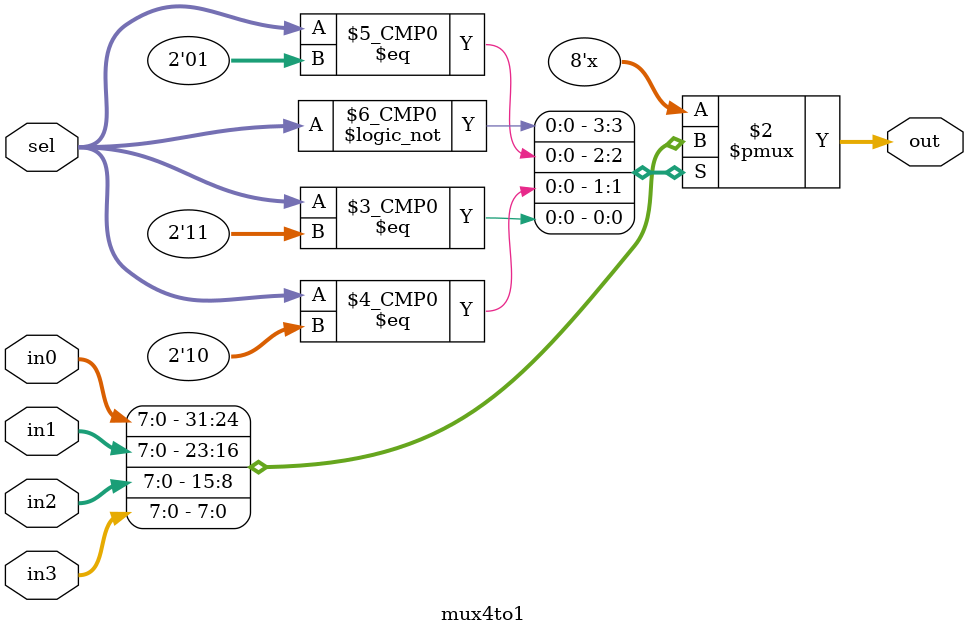
<source format=v>
`timescale 1ns / 1ps

module mux4to1 (
    input [7:0] in0,    //  
    input [7:0] in1,    //  
    input [7:0] in2,    //  
    input [7:0] in3,    //  
    input [1:0] sel,    //  
    output reg [7:0] out   
);

always @(*) begin
    case (sel)
        2'b00: out = in0;  //  
        2'b01: out = in1;  //  
        2'b10: out = in2;  //  
        2'b11: out = in3;  //  
        default: out = 8'b0;  //  
    endcase
end

endmodule
</source>
